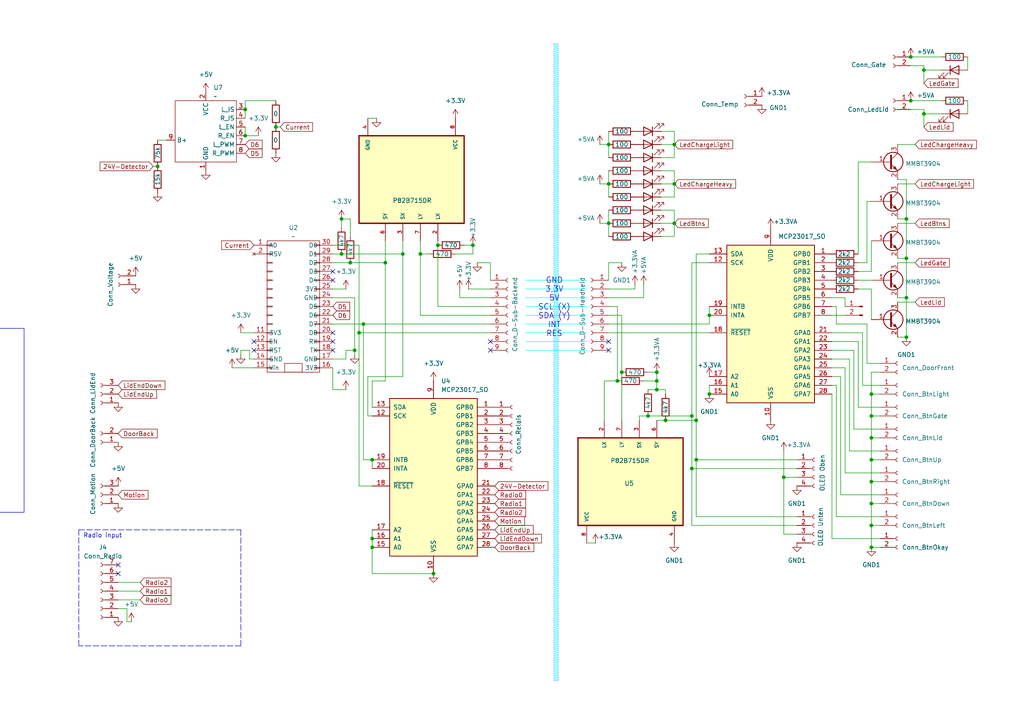
<source format=kicad_sch>
(kicad_sch (version 20231120) (generator "eeschema") (generator_version "8.0")
  (paper "A4")
  (junction (at 187.96 120.65))
  (junction (at 105.41 93.98))
  (junction (at 127 71.12))
  (junction (at 190.5 113.03))
  (junction (at 195.58 41.91))
  (junction (at 264.16 29.21))
  (junction (at 252.73 133.35))
  (junction (at 107.95 133.35))
  (junction (at 107.95 158.75))
  (junction (at 104.14 96.52))
  (junction (at 180.34 107.95))
  (junction (at 71.12 31.75))
  (junction (at 267.97 33.02))
  (junction (at 176.53 53.34))
  (junction (at 262.89 63.5))
  (junction (at 252.73 120.65))
  (junction (at 267.97 20.32))
  (junction (at 201.93 133.35))
  (junction (at 264.16 16.51))
  (junction (at 262.89 74.93))
  (junction (at 111.76 76.2))
  (junction (at 99.06 73.66))
  (junction (at 121.92 73.66))
  (junction (at 137.16 71.12))
  (junction (at 262.89 86.36))
  (junction (at 200.66 135.89))
  (junction (at 101.6 76.2))
  (junction (at 252.73 127))
  (junction (at 252.73 114.3))
  (junction (at 45.72 48.26))
  (junction (at 190.5 107.95))
  (junction (at 107.95 156.21))
  (junction (at 99.06 63.5))
  (junction (at 252.73 139.7))
  (junction (at 71.12 39.37))
  (junction (at 102.87 101.6))
  (junction (at 176.53 41.91))
  (junction (at 201.93 121.92))
  (junction (at 252.73 152.4))
  (junction (at 116.84 73.66))
  (junction (at 252.73 146.05))
  (junction (at 195.58 64.77))
  (junction (at 176.53 64.77))
  (junction (at 252.73 158.75))
  (junction (at 193.04 121.92))
  (junction (at 190.5 110.49))
  (junction (at 125.73 166.37))
  (junction (at 195.58 53.34))
  (junction (at 80.01 36.83))
  (junction (at 227.33 138.43))
  (junction (at 205.74 114.3))
  (junction (at 205.74 91.44))
  (junction (at 179.07 110.49))
  (junction (at 262.89 97.79))
  (junction (at 200.66 120.65))
  (no_connect (at 96.52 96.52))
  (no_connect (at 142.24 99.06))
  (no_connect (at 96.52 99.06))
  (no_connect (at 176.53 101.6))
  (no_connect (at 73.66 99.06))
  (no_connect (at 96.52 81.28))
  (no_connect (at 34.29 166.37))
  (no_connect (at 96.52 78.74))
  (no_connect (at 96.52 101.6))
  (no_connect (at 142.24 101.6))
  (no_connect (at 34.29 163.83))
  (no_connect (at 176.53 99.06))
  (no_connect (at 73.66 101.6))
  (wire (pts (xy 107.95 153.67) (xy 107.95 156.21)))
  (wire (pts (xy 252.73 83.82) (xy 252.73 92.71)))
  (wire (pts (xy 111.76 76.2) (xy 111.76 69.85)))
  (wire (pts (xy 241.3 91.44) (xy 245.11 91.44)))
  (wire (pts (xy 127 71.12) (xy 127 88.9)))
  (wire (pts (xy 251.46 93.98) (xy 251.46 105.41)))
  (wire (pts (xy 245.11 86.36) (xy 245.11 88.9)))
  (wire (pts (xy 107.95 140.97) (xy 104.14 140.97)))
  (wire (pts (xy 191.77 49.53) (xy 195.58 49.53)))
  (wire (pts (xy 80.01 36.83) (xy 81.28 36.83)))
  (wire (pts (xy 170.18 157.48) (xy 172.72 157.48)))
  (wire (pts (xy 96.52 83.82) (xy 100.33 83.82)))
  (wire (pts (xy 267.97 20.32) (xy 273.05 20.32)))
  (wire (pts (xy 104.14 71.12) (xy 104.14 96.52)))
  (wire (pts (xy 36.83 180.34) (xy 38.1 180.34)))
  (wire (pts (xy 96.52 93.98) (xy 105.41 93.98)))
  (wire (pts (xy 262.89 97.79) (xy 262.89 86.36)))
  (polyline (pts (xy 152.4 96.52) (xy 170.18 96.52)) (stroke (width 0) (color 0 255 255 1)))
  (wire (pts (xy 72.39 104.14) (xy 72.39 101.6)))
  (wire (pts (xy 180.34 121.92) (xy 180.34 107.95)))
  (wire (pts (xy 190.5 107.95) (xy 190.5 110.49)))
  (polyline (pts (xy 69.85 187.325) (xy 22.86 187.325)) (stroke (width 0) (type dash)))
  (wire (pts (xy 251.46 76.2) (xy 248.92 76.2)))
  (wire (pts (xy 264.16 19.05) (xy 267.97 19.05)))
  (wire (pts (xy 179.07 88.9) (xy 179.07 110.49)))
  (wire (pts (xy 191.77 60.96) (xy 195.58 60.96)))
  (polyline (pts (xy 152.4 101.6) (xy 170.18 101.6)) (stroke (width 0) (color 0 255 255 1)))
  (wire (pts (xy 252.73 78.74) (xy 252.73 69.85)))
  (wire (pts (xy 201.93 149.86) (xy 201.93 133.35)))
  (wire (pts (xy 137.16 71.12) (xy 134.62 71.12)))
  (wire (pts (xy 260.35 52.07) (xy 262.89 52.07)))
  (wire (pts (xy 116.84 73.66) (xy 116.84 69.85)))
  (wire (pts (xy 245.11 137.16) (xy 245.11 106.68)))
  (wire (pts (xy 34.29 171.45) (xy 40.64 171.45)))
  (wire (pts (xy 248.92 46.99) (xy 252.73 46.99)))
  (wire (pts (xy 227.33 138.43) (xy 227.33 154.94)))
  (wire (pts (xy 96.52 104.14) (xy 100.33 104.14)))
  (wire (pts (xy 264.16 31.75) (xy 267.97 31.75)))
  (wire (pts (xy 267.97 20.32) (xy 267.97 24.13)))
  (wire (pts (xy 142.24 81.28) (xy 142.24 76.2)))
  (wire (pts (xy 200.66 135.89) (xy 231.14 135.89)))
  (wire (pts (xy 180.34 91.44) (xy 176.53 91.44)))
  (wire (pts (xy 255.27 146.05) (xy 252.73 146.05)))
  (wire (pts (xy 36.83 176.53) (xy 36.83 180.34)))
  (wire (pts (xy 173.99 41.91) (xy 176.53 41.91)))
  (wire (pts (xy 193.04 121.92) (xy 201.93 121.92)))
  (wire (pts (xy 142.24 96.52) (xy 104.14 96.52)))
  (wire (pts (xy 267.97 33.02) (xy 267.97 36.83)))
  (wire (pts (xy 247.65 124.46) (xy 255.27 124.46)))
  (wire (pts (xy 201.93 133.35) (xy 231.14 133.35)))
  (wire (pts (xy 241.3 99.06) (xy 248.92 99.06)))
  (wire (pts (xy 191.77 41.91) (xy 195.58 41.91)))
  (polyline (pts (xy 152.4 81.28) (xy 170.18 81.28)) (stroke (width 0) (color 0 255 255 1)))
  (wire (pts (xy 34.29 168.91) (xy 40.64 168.91)))
  (wire (pts (xy 195.58 38.1) (xy 195.58 41.91)))
  (wire (pts (xy 73.66 104.14) (xy 72.39 104.14)))
  (wire (pts (xy 242.57 149.86) (xy 242.57 111.76)))
  (wire (pts (xy 116.84 109.22) (xy 116.84 73.66)))
  (wire (pts (xy 241.3 86.36) (xy 245.11 86.36)))
  (wire (pts (xy 191.77 68.58) (xy 195.58 68.58)))
  (wire (pts (xy 260.35 53.34) (xy 265.43 53.34)))
  (wire (pts (xy 227.33 130.81) (xy 227.33 138.43)))
  (wire (pts (xy 107.95 120.65) (xy 106.68 120.65)))
  (wire (pts (xy 260.35 76.2) (xy 265.43 76.2)))
  (wire (pts (xy 127 69.85) (xy 127 71.12)))
  (wire (pts (xy 133.35 86.36) (xy 133.35 83.82)))
  (wire (pts (xy 176.53 81.28) (xy 176.53 76.2)))
  (wire (pts (xy 231.14 154.94) (xy 227.33 154.94)))
  (wire (pts (xy 205.74 73.66) (xy 201.93 73.66)))
  (wire (pts (xy 250.19 96.52) (xy 241.3 96.52)))
  (wire (pts (xy 251.46 58.42) (xy 251.46 76.2)))
  (wire (pts (xy 247.65 101.6) (xy 241.3 101.6)))
  (wire (pts (xy 99.06 73.66) (xy 116.84 73.66)))
  (wire (pts (xy 71.12 31.75) (xy 71.12 34.29)))
  (wire (pts (xy 252.73 152.4) (xy 255.27 152.4)))
  (wire (pts (xy 262.89 63.5) (xy 262.89 74.93)))
  (wire (pts (xy 248.92 118.11) (xy 255.27 118.11)))
  (wire (pts (xy 104.14 140.97) (xy 104.14 96.52)))
  (wire (pts (xy 201.93 149.86) (xy 231.14 149.86)))
  (wire (pts (xy 96.52 113.03) (xy 100.33 113.03)))
  (wire (pts (xy 195.58 53.34) (xy 195.58 57.15)))
  (wire (pts (xy 190.5 113.03) (xy 193.04 113.03)))
  (wire (pts (xy 243.84 143.51) (xy 255.27 143.51)))
  (wire (pts (xy 173.99 64.77) (xy 176.53 64.77)))
  (wire (pts (xy 252.73 120.65) (xy 252.73 127)))
  (polyline (pts (xy 152.4 93.98) (xy 170.18 93.98)) (stroke (width 0) (color 0 255 255 1)))
  (wire (pts (xy 201.93 121.92) (xy 201.93 133.35)))
  (wire (pts (xy 248.92 78.74) (xy 252.73 78.74)))
  (wire (pts (xy 195.58 64.77) (xy 195.58 68.58)))
  (wire (pts (xy 176.53 38.1) (xy 176.53 41.91)))
  (wire (pts (xy 175.26 110.49) (xy 175.26 121.92)))
  (wire (pts (xy 260.35 41.91) (xy 265.43 41.91)))
  (wire (pts (xy 195.58 49.53) (xy 195.58 53.34)))
  (wire (pts (xy 121.92 73.66) (xy 124.46 73.66)))
  (wire (pts (xy 262.89 86.36) (xy 260.35 86.36)))
  (wire (pts (xy 176.53 41.91) (xy 176.53 45.72)))
  (wire (pts (xy 67.31 106.68) (xy 73.66 106.68)))
  (wire (pts (xy 121.92 69.85) (xy 121.92 73.66)))
  (wire (pts (xy 248.92 99.06) (xy 248.92 118.11)))
  (polyline (pts (xy 152.4 99.06) (xy 170.18 99.06)) (stroke (width 0) (color 0 255 255 1)))
  (wire (pts (xy 190.5 121.92) (xy 193.04 121.92)))
  (wire (pts (xy 185.42 120.65) (xy 187.96 120.65)))
  (wire (pts (xy 191.77 57.15) (xy 195.58 57.15)))
  (polyline (pts (xy 152.4 91.44) (xy 170.18 91.44)) (stroke (width 0) (color 0 255 255 1)))
  (wire (pts (xy 176.53 49.53) (xy 176.53 53.34)))
  (wire (pts (xy 186.69 82.55) (xy 186.69 86.36)))
  (wire (pts (xy 100.33 104.14) (xy 100.33 101.6)))
  (wire (pts (xy 250.19 111.76) (xy 250.19 96.52)))
  (wire (pts (xy 255.27 120.65) (xy 252.73 120.65)))
  (wire (pts (xy 187.96 120.65) (xy 200.66 120.65)))
  (wire (pts (xy 255.27 107.95) (xy 252.73 107.95)))
  (wire (pts (xy 176.53 88.9) (xy 179.07 88.9)))
  (wire (pts (xy 105.41 133.35) (xy 105.41 93.98)))
  (wire (pts (xy 255.27 158.75) (xy 252.73 158.75)))
  (wire (pts (xy 111.76 110.49) (xy 111.76 76.2)))
  (wire (pts (xy 191.77 45.72) (xy 195.58 45.72)))
  (wire (pts (xy 71.12 39.37) (xy 74.93 39.37)))
  (wire (pts (xy 262.89 52.07) (xy 262.89 63.5)))
  (wire (pts (xy 248.92 81.28) (xy 252.73 81.28)))
  (wire (pts (xy 142.24 76.2) (xy 138.43 76.2)))
  (wire (pts (xy 184.15 83.82) (xy 176.53 83.82)))
  (wire (pts (xy 251.46 105.41) (xy 255.27 105.41)))
  (wire (pts (xy 96.52 106.68) (xy 96.52 113.03)))
  (wire (pts (xy 34.29 176.53) (xy 36.83 176.53)))
  (wire (pts (xy 245.11 106.68) (xy 241.3 106.68)))
  (wire (pts (xy 247.65 124.46) (xy 247.65 101.6)))
  (wire (pts (xy 142.24 86.36) (xy 133.35 86.36)))
  (wire (pts (xy 200.66 76.2) (xy 200.66 120.65)))
  (wire (pts (xy 187.96 107.95) (xy 190.5 107.95)))
  (wire (pts (xy 241.3 109.22) (xy 243.84 109.22)))
  (wire (pts (xy 252.73 146.05) (xy 252.73 152.4)))
  (wire (pts (xy 242.57 93.98) (xy 251.46 93.98)))
  (wire (pts (xy 201.93 73.66) (xy 201.93 121.92)))
  (wire (pts (xy 264.16 16.51) (xy 273.05 16.51)))
  (wire (pts (xy 205.74 88.9) (xy 205.74 91.44)))
  (wire (pts (xy 99.06 63.5) (xy 99.06 66.04)))
  (wire (pts (xy 176.53 93.98) (xy 205.74 93.98)))
  (wire (pts (xy 176.53 96.52) (xy 205.74 96.52)))
  (wire (pts (xy 252.73 127) (xy 252.73 133.35)))
  (wire (pts (xy 186.69 110.49) (xy 190.5 110.49)))
  (wire (pts (xy 241.3 88.9) (xy 242.57 88.9)))
  (wire (pts (xy 176.53 76.2) (xy 180.34 76.2)))
  (wire (pts (xy 267.97 19.05) (xy 267.97 20.32)))
  (wire (pts (xy 187.96 113.03) (xy 190.5 113.03)))
  (wire (pts (xy 251.46 58.42) (xy 252.73 58.42)))
  (wire (pts (xy 107.95 133.35) (xy 105.41 133.35)))
  (wire (pts (xy 96.52 76.2) (xy 101.6 76.2)))
  (wire (pts (xy 267.97 31.75) (xy 267.97 33.02)))
  (wire (pts (xy 252.73 158.75) (xy 252.73 152.4)))
  (wire (pts (xy 260.35 63.5) (xy 262.89 63.5)))
  (wire (pts (xy 109.22 34.29) (xy 106.68 34.29)))
  (wire (pts (xy 34.29 173.99) (xy 40.64 173.99)))
  (wire (pts (xy 195.58 60.96) (xy 195.58 64.77)))
  (wire (pts (xy 101.6 68.58) (xy 101.6 63.5)))
  (polyline (pts (xy 152.4 86.36) (xy 170.18 86.36)) (stroke (width 0) (color 0 255 255 1)))
  (wire (pts (xy 107.95 118.11) (xy 107.95 110.49)))
  (wire (pts (xy 71.12 36.83) (xy 71.12 39.37)))
  (wire (pts (xy 176.53 60.96) (xy 176.53 64.77)))
  (wire (pts (xy 200.66 152.4) (xy 231.14 152.4)))
  (wire (pts (xy 227.33 138.43) (xy 231.14 138.43)))
  (wire (pts (xy 246.38 104.14) (xy 246.38 130.81)))
  (wire (pts (xy 280.67 16.51) (xy 280.67 20.32)))
  (wire (pts (xy 243.84 109.22) (xy 243.84 143.51)))
  (wire (pts (xy 96.52 86.36) (xy 102.87 86.36)))
  (wire (pts (xy 200.66 76.2) (xy 205.74 76.2)))
  (wire (pts (xy 176.53 53.34) (xy 176.53 57.15)))
  (wire (pts (xy 132.08 73.66) (xy 137.16 73.66)))
  (wire (pts (xy 241.3 104.14) (xy 246.38 104.14)))
  (wire (pts (xy 107.95 110.49) (xy 111.76 110.49)))
  (wire (pts (xy 255.27 139.7) (xy 252.73 139.7)))
  (wire (pts (xy 252.73 139.7) (xy 252.73 146.05)))
  (wire (pts (xy 71.12 29.21) (xy 80.01 29.21)))
  (wire (pts (xy 106.68 109.22) (xy 116.84 109.22)))
  (wire (pts (xy 107.95 166.37) (xy 125.73 166.37)))
  (polyline (pts (xy 152.4 83.82) (xy 170.18 83.82)) (stroke (width 0) (color 0 255 255 1)))
  (wire (pts (xy 191.77 53.34) (xy 195.58 53.34)))
  (wire (pts (xy 260.35 87.63) (xy 265.43 87.63)))
  (wire (pts (xy 260.35 64.77) (xy 265.43 64.77)))
  (wire (pts (xy 71.12 29.21) (xy 71.12 31.75)))
  (wire (pts (xy 267.97 33.02) (xy 273.05 33.02)))
  (wire (pts (xy 107.95 133.35) (xy 107.95 135.89)))
  (wire (pts (xy 242.57 111.76) (xy 241.3 111.76)))
  (polyline (pts (xy 152.4 88.9) (xy 170.18 88.9)) (stroke (width 0) (color 0 255 255 1)))
  (wire (pts (xy 252.73 107.95) (xy 252.73 114.3)))
  (wire (pts (xy 96.52 73.66) (xy 99.06 73.66)))
  (wire (pts (xy 102.87 86.36) (xy 102.87 101.6)))
  (wire (pts (xy 190.5 110.49) (xy 190.5 113.03)))
  (wire (pts (xy 255.27 133.35) (xy 252.73 133.35)))
  (polyline (pts (xy 22.86 153.67) (xy 69.85 153.67)) (stroke (width 0) (type dash)))
  (wire (pts (xy 241.3 156.21) (xy 255.27 156.21)))
  (wire (pts (xy 96.52 71.12) (xy 104.14 71.12)))
  (wire (pts (xy 44.45 48.26) (xy 45.72 48.26)))
  (wire (pts (xy 101.6 63.5) (xy 99.06 63.5)))
  (polyline (pts (xy 22.86 187.325) (xy 22.86 153.67)) (stroke (width 0) (type dash)))
  (wire (pts (xy 185.42 121.92) (xy 185.42 120.65)))
  (wire (pts (xy 179.07 110.49) (xy 175.26 110.49)))
  (wire (pts (xy 248.92 83.82) (xy 252.73 83.82)))
  (wire (pts (xy 69.85 96.52) (xy 73.66 96.52)))
  (wire (pts (xy 248.92 73.66) (xy 248.92 46.99)))
  (wire (pts (xy 142.24 93.98) (xy 105.41 93.98)))
  (wire (pts (xy 107.95 158.75) (xy 107.95 166.37)))
  (wire (pts (xy 242.57 149.86) (xy 255.27 149.86)))
  (wire (pts (xy 264.16 29.21) (xy 273.05 29.21)))
  (wire (pts (xy 191.77 64.77) (xy 195.58 64.77)))
  (wire (pts (xy 69.85 101.6) (xy 69.85 102.87)))
  (wire (pts (xy 246.38 130.81) (xy 255.27 130.81)))
  (wire (pts (xy 107.95 156.21) (xy 107.95 158.75)))
  (wire (pts (xy 252.73 133.35) (xy 252.73 139.7)))
  (polyline (pts (xy 69.85 153.67) (xy 69.85 187.325)) (stroke (width 0) (type dash)))
  (wire (pts (xy 102.87 101.6) (xy 102.87 102.87)))
  (wire (pts (xy 173.99 53.34) (xy 176.53 53.34)))
  (wire (pts (xy 200.66 120.65) (xy 200.66 135.89)))
  (wire (pts (xy 135.89 83.82) (xy 142.24 83.82)))
  (wire (pts (xy 184.15 82.55) (xy 184.15 83.82)))
  (wire (pts (xy 200.66 152.4) (xy 200.66 135.89)))
  (wire (pts (xy 255.27 127) (xy 252.73 127)))
  (wire (pts (xy 72.39 101.6) (xy 69.85 101.6)))
  (wire (pts (xy 100.33 101.6) (xy 102.87 101.6)))
  (wire (pts (xy 106.68 120.65) (xy 106.68 109.22)))
  (wire (pts (xy 245.11 137.16) (xy 255.27 137.16)))
  (wire (pts (xy 137.16 73.66) (xy 137.16 71.12)))
  (wire (pts (xy 193.04 113.03) (xy 193.04 114.3)))
  (wire (pts (xy 260.35 74.93) (xy 262.89 74.93)))
  (wire (pts (xy 241.3 114.3) (xy 241.3 156.21)))
  (wire (pts (xy 121.92 73.66) (xy 121.92 91.44)))
  (wire (pts (xy 242.57 88.9) (xy 242.57 93.98)))
  (wire (pts (xy 48.26 40.64) (xy 45.72 40.64)))
  (wire (pts (xy 176.53 64.77) (xy 176.53 68.58)))
  (wire (pts (xy 180.34 107.95) (xy 180.34 91.44)))
  (wire (pts (xy 250.19 111.76) (xy 255.27 111.76)))
  (wire (pts (xy 186.69 86.36) (xy 176.53 86.36)))
  (wire (pts (xy 121.92 91.44) (xy 142.24 91.44)))
  (wire (pts (xy 255.27 114.3) (xy 252.73 114.3)))
  (wire (pts (xy 260.35 97.79) (xy 262.89 97.79)))
  (wire (pts (xy 252.73 114.3) (xy 252.73 120.65)))
  (wire (pts (xy 142.24 88.9) (xy 127 88.9)))
  (wire (pts (xy 262.89 74.93) (xy 262.89 86.36)))
  (wire (pts (xy 195.58 41.91) (xy 195.58 45.72)))
  (wire (pts (xy 191.77 38.1) (xy 195.58 38.1)))
  (wire (pts (xy 205.74 93.98) (xy 205.74 91.44)))
  (wire (pts (xy 205.74 111.76) (xy 205.74 114.3)))
  (wire (pts (xy 101.6 76.2) (xy 111.76 76.2)))
  (wire (pts (xy 280.67 29.21) (xy 280.67 33.02)))
  (rectangle (start 160.655 12.7) (end 161.925 197.485) (stroke (width 0) (type dot) (color 0 0 255 1)) (fill (type color) (color 0 255 255 0.38)))
  (text_box "Eingänge:\n\n- EndStopp-Unten\n- EndStopp-Oben\n- Tür-Vorn\n- Tür-Hinten\n- Bewegung\n- Taster-Licht\n- Taster-Garagentor\n- Taster-Hoftor\n- Radio0\n- Radio1\n- Radio2\n- Hall\n\nAusgänge:\n\n- Blinklicht-Hoftor\n- Blinklicht-Garagentor\n- Batteriezustand-Anzeige (3LED?)\n- 8x Relais\n\n" (at -42.545 95.25 0) (size 49.53 53.34) (effects (font (size 1.27 1.27)) (justify left top)))
  (text_box "Eingänge:\n\n- Taster-Laden-Mehr\n- Taster-Laden-Weniger\n\nAusgänge:\n\n- Laden-Zeitanzeigen\n\n" (at -95.25 95.25 0) (size 49.53 53.34) (effects (font (size 1.27 1.27)) (justify left top)))
  (text "GND\n3,3V\n5V\nSCL (X)\nSDA (Y)\nINT\nRES\n" (at 160.782 89.154 0) (effects (font (size 1.6 1.6))))
  (text "Radio input" (at 24.13 156.21 0) (effects (font (size 1.27 1.27)) (justify left bottom)))
  (global_label "LedLid" (shape input) (at 267.97 36.83 0) (property "Intersheetrefs" "${INTERSHEET_REFS}" (effects (hide yes))))
  (global_label "Motion" (shape input) (at 34.29 143.51 0) (property "Intersheetrefs" "${INTERSHEET_REFS}" (effects (hide yes))))
  (global_label "24V-Detector" (shape input) (at 44.45 48.26 180) (property "Intersheetrefs" "${INTERSHEET_REFS}" (effects (hide yes))))
  (global_label "LedChargeHeavy" (shape input) (at 265.43 41.91 0) (property "Intersheetrefs" "${INTERSHEET_REFS}" (effects (hide yes))))
  (global_label "D6" (shape input) (at 96.52 91.44 0) (property "Intersheetrefs" "${INTERSHEET_REFS}" (effects (hide yes))))
  (global_label "DoorBack" (shape input) (at 34.29 125.73 0) (property "Intersheetrefs" "${INTERSHEET_REFS}" (effects (hide yes))))
  (global_label "Current" (shape input) (at 73.66 71.12 180) (property "Intersheetrefs" "${INTERSHEET_REFS}" (effects (hide yes))))
  (global_label "Radio1" (shape input) (at 40.64 171.45 0) (property "Intersheetrefs" "${INTERSHEET_REFS}" (effects (hide yes))))
  (global_label "Radio0" (shape input) (at 143.51 143.51 0) (property "Intersheetrefs" "${INTERSHEET_REFS}" (effects (hide yes))))
  (global_label "Current" (shape input) (at 81.28 36.83 0) (property "Intersheetrefs" "${INTERSHEET_REFS}" (effects (hide yes))))
  (global_label "LedGate" (shape input) (at 265.43 76.2 0) (property "Intersheetrefs" "${INTERSHEET_REFS}" (effects (hide yes))))
  (global_label "LedBtns" (shape input) (at 195.58 64.77 0) (property "Intersheetrefs" "${INTERSHEET_REFS}" (effects (hide yes))))
  (global_label "LidEndUp" (shape input) (at 143.51 153.67 0) (property "Intersheetrefs" "${INTERSHEET_REFS}" (effects (hide yes))))
  (global_label "Radio0" (shape input) (at 40.64 173.99 0) (property "Intersheetrefs" "${INTERSHEET_REFS}" (effects (hide yes))))
  (global_label "LedBtns" (shape input) (at 265.43 64.77 0) (property "Intersheetrefs" "${INTERSHEET_REFS}" (effects (hide yes))))
  (global_label "Radio2" (shape input) (at 143.51 148.59 0) (property "Intersheetrefs" "${INTERSHEET_REFS}" (effects (hide yes))))
  (global_label "D6" (shape input) (at 71.12 41.91 0) (property "Intersheetrefs" "${INTERSHEET_REFS}" (effects (hide yes))))
  (global_label "Radio1" (shape input) (at 143.51 146.05 0) (property "Intersheetrefs" "${INTERSHEET_REFS}" (effects (hide yes))))
  (global_label "DoorBack" (shape input) (at 143.51 158.75 0) (property "Intersheetrefs" "${INTERSHEET_REFS}" (effects (hide yes))))
  (global_label "LedChargeLight" (shape input) (at 195.58 41.91 0) (property "Intersheetrefs" "${INTERSHEET_REFS}" (effects (hide yes))))
  (global_label "D5" (shape input) (at 71.12 44.45 0) (property "Intersheetrefs" "${INTERSHEET_REFS}" (effects (hide yes))))
  (global_label "Motion" (shape input) (at 143.51 151.13 0) (property "Intersheetrefs" "${INTERSHEET_REFS}" (effects (hide yes))))
  (global_label "LidEndUp" (shape input) (at 34.29 114.3 0) (property "Intersheetrefs" "${INTERSHEET_REFS}" (effects (hide yes))))
  (global_label "Radio2" (shape input) (at 40.64 168.91 0) (property "Intersheetrefs" "${INTERSHEET_REFS}" (effects (hide yes))))
  (global_label "LedLid" (shape input) (at 265.43 87.63 0) (property "Intersheetrefs" "${INTERSHEET_REFS}" (effects (hide yes))))
  (global_label "LedChargeLight" (shape input) (at 265.43 53.34 0) (property "Intersheetrefs" "${INTERSHEET_REFS}" (effects (hide yes))))
  (global_label "LidEndDown" (shape input) (at 143.51 156.21 0) (property "Intersheetrefs" "${INTERSHEET_REFS}" (effects (hide yes))))
  (global_label "LedGate" (shape input) (at 267.97 24.13 0) (property "Intersheetrefs" "${INTERSHEET_REFS}" (effects (hide yes))))
  (global_label "24V-Detector" (shape input) (at 143.51 140.97 0) (property "Intersheetrefs" "${INTERSHEET_REFS}" (effects (hide yes))))
  (global_label "D5" (shape input) (at 96.52 88.9 0) (property "Intersheetrefs" "${INTERSHEET_REFS}" (effects (hide yes))))
  (global_label "LidEndDown" (shape input) (at 34.29 111.76 0) (property "Intersheetrefs" "${INTERSHEET_REFS}" (effects (hide yes))))
  (global_label "LedChargeHeavy" (shape input) (at 195.58 53.34 0) (property "Intersheetrefs" "${INTERSHEET_REFS}" (effects (hide yes))))
  (symbol (lib_id "Connector:Conn_01x02_Socket") (at 260.35 111.76 0) (unit 1)
    (property "Reference" "J17" (effects (hide yes)))
    (property "Value" "Conn_BtnLight" (at 261.62 114.2999 0) (effects (justify left)))
    (property "Footprint" "Diode_SMD:D_2114_3652Metric_Pad1.85x3.75mm_HandSolder" (effects (hide yes)))
    (property "Description" "Generic connector, single row, 01x02, script generated" (effects (hide yes)))
  )
  (symbol (lib_id "P82B715DR:P82B715DR") (at 119.38 52.07 270) (mirror x) (unit 1)
    (property "Reference" "U3" (effects (hide yes)))
    (property "Value" "P82B715DR" (at 125.222 58.166 90) (effects (justify right)))
    (property "Footprint" "Package_SO:SOIC-8_3.9x4.9mm_P1.27mm" (effects (hide yes)))
    (property "MF" "Texas Instruments" (effects (hide yes)))
    (property "Description_1" "\n                        \n                            2-bit bidirectional 3- to 12-V 400-kHz I2C/SMBus buffer/cable extender\n                        \n" (effects (hide yes)))
    (property "Package" "SOIC-8 Texas Instruments" (effects (hide yes)))
    (property "Price" "None" (effects (hide yes)))
    (property "SnapEDA_Link" "https://www.snapeda.com/parts/P82B715DR/Texas+Instruments/view-part/?ref=snap" (effects (hide yes)))
    (property "MP" "P82B715DR" (effects (hide yes)))
    (property "Availability" "In Stock" (effects (hide yes)))
    (property "Check_prices" "https://www.snapeda.com/parts/P82B715DR/Texas+Instruments/view-part/?ref=eda" (effects (hide yes)))
  )
  (symbol (lib_id "Device:R") (at 245.11 81.28 90) (mirror x) (unit 1)
    (property "Reference" "R26" (effects (hide yes)))
    (property "Value" "2k2" (at 244.856 81.28 90))
    (property "Footprint" "Resistor_SMD:R_1206_3216Metric_Pad1.30x1.75mm_HandSolder" (effects (hide yes)))
  )
  (symbol (lib_id "power:GND1") (at 252.73 158.75 0) (unit 1)
    (property "Reference" "#PWR47" (effects (hide yes)))
    (property "Value" "GND1" (at 252.73 163.83 0))
    (property "Description" "Power symbol creates a global label with name \"GND1\" , ground" (effects (hide yes)))
  )
  (symbol (lib_id "Connector:Conn_01x02_Socket") (at 260.35 143.51 0) (unit 1)
    (property "Reference" "J22" (effects (hide yes)))
    (property "Value" "Conn_BtnDown" (at 261.62 146.0499 0) (effects (justify left)))
    (property "Footprint" "Diode_SMD:D_2114_3652Metric_Pad1.85x3.75mm_HandSolder" (effects (hide yes)))
    (property "Description" "Generic connector, single row, 01x02, script generated" (effects (hide yes)))
  )
  (symbol (lib_id "Device:R") (at 128.27 73.66 270) (unit 1)
    (property "Reference" "R7" (effects (hide yes)))
    (property "Value" "470" (at 128.27 73.66 90))
    (property "Footprint" "Resistor_SMD:R_1206_3216Metric_Pad1.30x1.75mm_HandSolder" (effects (hide yes)))
    (property "Description" "Resistor" (effects (hide yes)))
  )
  (symbol (lib_id "Device:R") (at 193.04 118.11 180) (unit 1)
    (property "Reference" "R4" (effects (hide yes)))
    (property "Value" "4k7" (at 193.04 118.11 90))
    (property "Footprint" "Resistor_SMD:R_1206_3216Metric_Pad1.30x1.75mm_HandSolder" (effects (hide yes)))
    (property "Description" "Resistor" (effects (hide yes)))
  )
  (symbol (lib_id "P82B715DR:P82B715DR") (at 182.88 139.7 90) (mirror x) (unit 1)
    (property "Reference" "U5" (at 181.102 140.208 90) (effects (justify right)))
    (property "Value" "P82B715DR" (at 177.038 133.604 90) (effects (justify right)))
    (property "Footprint" "Package_SO:SOIC-8_3.9x4.9mm_P1.27mm" (effects (hide yes)))
    (property "MF" "Texas Instruments" (effects (hide yes)))
    (property "Description_1" "\n                        \n                            2-bit bidirectional 3- to 12-V 400-kHz I2C/SMBus buffer/cable extender\n                        \n" (effects (hide yes)))
    (property "Package" "SOIC-8 Texas Instruments" (effects (hide yes)))
    (property "Price" "None" (effects (hide yes)))
    (property "SnapEDA_Link" "https://www.snapeda.com/parts/P82B715DR/Texas+Instruments/view-part/?ref=snap" (effects (hide yes)))
    (property "MP" "P82B715DR" (effects (hide yes)))
    (property "Availability" "In Stock" (effects (hide yes)))
    (property "Check_prices" "https://www.snapeda.com/parts/P82B715DR/Texas+Instruments/view-part/?ref=eda" (effects (hide yes)))
  )
  (symbol (lib_id "Device:R") (at 245.11 78.74 90) (mirror x) (unit 1)
    (property "Reference" "R25" (effects (hide yes)))
    (property "Value" "2k2" (at 244.856 78.74 90))
    (property "Footprint" "Resistor_SMD:R_1206_3216Metric_Pad1.30x1.75mm_HandSolder" (effects (hide yes)))
  )
  (symbol (lib_id "power:+5V") (at 67.31 106.68 0) (unit 1)
    (property "Reference" "#PWR10" (effects (hide yes)))
    (property "Value" "+5V" (at 67.31 101.6 0))
    (property "Description" "Power symbol creates a global label with name \"+5V\"" (effects (hide yes)))
  )
  (symbol (lib_id "power:GND") (at 34.29 146.05 0) (unit 1)
    (property "Reference" "#PWR4" (effects (hide yes)))
    (property "Value" "GND" (effects (hide yes)))
    (property "Description" "Power symbol creates a global label with name \"GND\" , ground" (effects (hide yes)))
  )
  (symbol (lib_id "Connector:Conn_01x02_Socket") (at 260.35 124.46 0) (unit 1)
    (property "Reference" "J19" (effects (hide yes)))
    (property "Value" "Conn_BtnLid" (at 261.62 126.9999 0) (effects (justify left)))
    (property "Footprint" "Diode_SMD:D_2114_3652Metric_Pad1.85x3.75mm_HandSolder" (effects (hide yes)))
    (property "Description" "Generic connector, single row, 01x02, script generated" (effects (hide yes)))
  )
  (symbol (lib_id "power:+3.3VA") (at 184.15 82.55 0) (unit 1)
    (property "Reference" "#PWR34" (effects (hide yes)))
    (property "Value" "+3.3VA" (at 184.15 75.946 90))
    (property "Description" "Power symbol creates a global label with name \"+3.3VA\"" (effects (hide yes)))
  )
  (symbol (lib_id "Transistor_BJT:MMBT3904") (at 257.81 81.28 0) (unit 1)
    (property "Reference" "Q4" (effects (hide yes)))
    (property "Value" "MMBT3904" (at 262.636 81.788 0) (effects (justify left)))
    (property "Footprint" "Package_TO_SOT_SMD:SOT-23" (effects (hide yes)))
    (property "Datasheet" "https://www.onsemi.com/pdf/datasheet/pzt3904-d.pdf" (effects (hide yes)))
    (property "Description" "0.2A Ic, 40V Vce, Small Signal NPN Transistor, SOT-23" (effects (hide yes)))
  )
  (symbol (lib_id "Connector:Conn_01x02_Socket") (at 29.21 128.27 180) (unit 1)
    (property "Reference" "J2" (effects (hide yes)))
    (property "Value" "Conn_DoorBack" (at 26.924 128.27 90))
    (property "Footprint" "TerminalBlock_Phoenix:TerminalBlock_Phoenix_PT-1,5-2-5.0-H_1x02_P5.00mm_Horizontal" (effects (hide yes)))
    (property "Description" "Generic connector, single row, 01x02, script generated" (effects (hide yes)))
  )
  (symbol (lib_id "power:+3.3V") (at 135.89 83.82 0) (unit 1)
    (property "Reference" "#PWR27" (effects (hide yes)))
    (property "Value" "+3.3V" (at 135.89 78.74 90))
    (property "Description" "Power symbol creates a global label with name \"+3.3V\"" (effects (hide yes)))
  )
  (symbol (lib_id "power:GND1") (at 262.89 97.79 0) (unit 1)
    (property "Reference" "#PWR48" (effects (hide yes)))
    (property "Value" "GND1" (at 262.89 102.87 0))
    (property "Description" "Power symbol creates a global label with name \"GND1\" , ground" (effects (hide yes)))
  )
  (symbol (lib_id "Connector:Conn_01x03_Socket") (at 29.21 114.3 180) (unit 1)
    (property "Reference" "J1" (effects (hide yes)))
    (property "Value" "Conn_LidEnd" (at 26.924 114.046 90))
    (property "Footprint" "TerminalBlock_Phoenix:TerminalBlock_Phoenix_PT-1,5-3-5.0-H_1x03_P5.00mm_Horizontal" (effects (hide yes)))
    (property "Description" "Generic connector, single row, 01x03, script generated" (effects (hide yes)))
  )
  (symbol (lib_id "Device:R") (at 180.34 53.34 90) (unit 1)
    (property "Reference" "R17" (effects (hide yes)))
    (property "Value" "100" (at 180.34 53.34 90))
    (property "Footprint" "Resistor_SMD:R_1206_3216Metric_Pad1.30x1.75mm_HandSolder" (effects (hide yes)))
  )
  (symbol (lib_id "power:GND") (at 102.87 102.87 0) (unit 1)
    (property "Reference" "#PWR20" (effects (hide yes)))
    (property "Value" "GND" (effects (hide yes)))
    (property "Description" "Power symbol creates a global label with name \"GND\" , ground" (effects (hide yes)))
  )
  (symbol (lib_id "Connector:Conn_01x07_Socket") (at 29.21 171.45 180) (unit 1)
    (property "Reference" "J4" (at 29.845 158.75 0))
    (property "Value" "Conn_Radio" (at 29.845 161.29 0))
    (property "Footprint" "Connector_PinSocket_2.54mm:PinSocket_1x07_P2.54mm_Vertical" (effects (hide yes)))
    (property "Description" "Generic connector, single row, 01x07, script generated" (effects (hide yes)))
  )
  (symbol (lib_id "Device:R") (at 80.01 40.64 0) (unit 1)
    (property "Reference" "R10" (effects (hide yes)))
    (property "Value" "0" (at 79.248 40.64 0) (effects (justify left)))
    (property "Footprint" "Resistor_SMD:R_1206_3216Metric_Pad1.30x1.75mm_HandSolder" (effects (hide yes)))
    (property "Description" "Resistor" (effects (hide yes)))
  )
  (symbol (lib_id "power:+3.3V") (at 100.33 83.82 0) (unit 1)
    (property "Reference" "#PWR18" (effects (hide yes)))
    (property "Value" "+3.3V" (at 100.33 78.74 0))
    (property "Description" "Power symbol creates a global label with name \"+3.3V\"" (effects (hide yes)))
  )
  (symbol (lib_id "power:GND") (at 45.72 55.88 0) (unit 1)
    (property "Reference" "#PWR7" (effects (hide yes)))
    (property "Value" "GND" (effects (hide yes)))
    (property "Description" "Power symbol creates a global label with name \"GND\" , ground" (effects (hide yes)))
  )
  (symbol (lib_id "power:GND1") (at 205.74 114.3 0) (unit 1)
    (property "Reference" "#PWR38" (effects (hide yes)))
    (property "Value" "GND1" (at 205.74 119.38 0))
    (property "Description" "Power symbol creates a global label with name \"GND1\" , ground" (effects (hide yes)))
  )
  (symbol (lib_id "Connector:Conn_01x02_Socket") (at 260.35 105.41 0) (unit 1)
    (property "Reference" "J16" (effects (hide yes)))
    (property "Value" "Conn_DoorFront" (at 261.62 106.6799 0) (effects (justify left)))
    (property "Footprint" "Adebar_Library:TerminalBlock_Umgebogen-2x5mm" (effects (hide yes)))
    (property "Description" "Generic connector, single row, 01x02, script generated" (effects (hide yes)))
  )
  (symbol (lib_id "Connector:Conn_01x02_Socket") (at 215.9 27.94 0) (mirror y) (unit 1)
    (property "Reference" "J10" (effects (hide yes)))
    (property "Value" "Conn_Temp" (at 208.788 30.226 0))
    (property "Footprint" "Adebar_Library:TerminalBlock_Umgebogen-2x5mm" (effects (hide yes)))
    (property "Description" "Generic connector, single row, 01x02, script generated" (effects (hide yes)))
  )
  (symbol (lib_id "Device:R") (at 180.34 38.1 90) (unit 1)
    (property "Reference" "R13" (effects (hide yes)))
    (property "Value" "100" (at 180.34 38.1 90))
    (property "Footprint" "Resistor_SMD:R_1206_3216Metric_Pad1.30x1.75mm_HandSolder" (effects (hide yes)))
  )
  (symbol (lib_id "Device:R") (at 180.34 68.58 90) (unit 1)
    (property "Reference" "R21" (effects (hide yes)))
    (property "Value" "100" (at 180.34 68.58 90))
    (property "Footprint" "Resistor_SMD:R_1206_3216Metric_Pad1.30x1.75mm_HandSolder" (effects (hide yes)))
  )
  (symbol (lib_id "Connector:Conn_01x08_Socket") (at 148.59 125.73 0) (unit 1)
    (property "Reference" "J7" (effects (hide yes)))
    (property "Value" "Conn_Relais" (at 150.368 131.826 90) (effects (justify left)))
    (property "Footprint" "TerminalBlock_Phoenix:TerminalBlock_Phoenix_PT-1,5-8-5.0-H_1x08_P5.00mm_Horizontal" (effects (hide yes)))
    (property "Description" "Generic connector, single row, 01x08, script generated" (effects (hide yes)))
  )
  (symbol (lib_id "power:GND") (at 80.01 44.45 0) (unit 1)
    (property "Reference" "#PWR17" (effects (hide yes)))
    (property "Value" "GND" (effects (hide yes)))
    (property "Description" "Power symbol creates a global label with name \"GND\" , ground" (effects (hide yes)))
  )
  (symbol (lib_id "Connector:Conn_01x02_Socket") (at 260.35 130.81 0) (unit 1)
    (property "Reference" "J20" (effects (hide yes)))
    (property "Value" "Conn_BtnUp" (at 261.62 133.3499 0) (effects (justify left)))
    (property "Footprint" "Diode_SMD:D_2114_3652Metric_Pad1.85x3.75mm_HandSolder" (effects (hide yes)))
    (property "Description" "Generic connector, single row, 01x02, script generated" (effects (hide yes)))
  )
  (symbol (lib_id "power:GND1") (at 231.14 140.97 0) (unit 1)
    (property "Reference" "#PWR45" (effects (hide yes)))
    (property "Value" "GND1" (at 231.14 146.05 0))
    (property "Description" "Power symbol creates a global label with name \"GND1\" , ground" (effects (hide yes)))
  )
  (symbol (lib_id "power:+3.3V") (at 100.33 113.03 0) (unit 1)
    (property "Reference" "#PWR19" (effects (hide yes)))
    (property "Value" "+3.3V" (at 100.33 107.95 0))
    (property "Description" "Power symbol creates a global label with name \"+3.3V\"" (effects (hide yes)))
  )
  (symbol (lib_id "power:GND1") (at 180.34 76.2 0) (unit 1)
    (property "Reference" "#PWR33" (effects (hide yes)))
    (property "Value" "GND1" (at 180.34 81.28 0))
    (property "Description" "Power symbol creates a global label with name \"GND1\" , ground" (effects (hide yes)))
  )
  (symbol (lib_id "power:GND") (at 125.73 166.37 0) (unit 1)
    (property "Reference" "#PWR23" (effects (hide yes)))
    (property "Value" "GND" (effects (hide yes)))
    (property "Description" "Power symbol creates a global label with name \"GND\" , ground" (effects (hide yes)))
  )
  (symbol (lib_id "Device:R") (at 101.6 72.39 180) (unit 1)
    (property "Reference" "R11" (effects (hide yes)))
    (property "Value" "4k7" (at 101.6 72.39 90))
    (property "Footprint" "Resistor_SMD:R_1206_3216Metric_Pad1.30x1.75mm_HandSolder" (effects (hide yes)))
    (property "Description" "Resistor" (effects (hide yes)))
  )
  (symbol (lib_id "Device:R") (at 187.96 116.84 180) (unit 1)
    (property "Reference" "R3" (effects (hide yes)))
    (property "Value" "4k7" (at 187.96 116.84 90))
    (property "Footprint" "Resistor_SMD:R_1206_3216Metric_Pad1.30x1.75mm_HandSolder" (effects (hide yes)))
    (property "Description" "Resistor" (effects (hide yes)))
  )
  (symbol (lib_id "Device:LED") (at 187.96 49.53 180) (unit 1)
    (property "Reference" "D4" (effects (hide yes)))
    (property "Value" "LED_Status1" (effects (hide yes)))
    (property "Footprint" "Adebar_Library:LED SMD mit Loch" (effects (hide yes)))
  )
  (symbol (lib_id "power:+3.3V") (at 125.73 110.49 0) (unit 1)
    (property "Reference" "#PWR22" (effects (hide yes)))
    (property "Value" "+3.3V" (at 125.73 105.41 0))
    (property "Description" "Power symbol creates a global label with name \"+3.3V\"" (effects (hide yes)))
  )
  (symbol (lib_id "power:GND1") (at 220.98 30.48 0) (unit 1)
    (property "Reference" "#PWR41" (effects (hide yes)))
    (property "Value" "GND1" (at 225.806 31.242 0))
    (property "Description" "Power symbol creates a global label with name \"GND1\" , ground" (effects (hide yes)))
  )
  (symbol (lib_id "Device:R") (at 180.34 57.15 90) (unit 1)
    (property "Reference" "R18" (effects (hide yes)))
    (property "Value" "100" (at 180.34 57.15 90))
    (property "Footprint" "Resistor_SMD:R_1206_3216Metric_Pad1.30x1.75mm_HandSolder" (effects (hide yes)))
  )
  (symbol (lib_id "power:+5VA") (at 173.99 41.91 0) (mirror y) (unit 1)
    (property "Reference" "#PWR30" (effects (hide yes)))
    (property "Value" "+5VA" (at 169.926 40.386 0))
    (property "Description" "Power symbol creates a global label with name \"+5VA\"" (effects (hide yes)))
  )
  (symbol (lib_id "power:GND") (at 109.22 34.29 0) (unit 1)
    (property "Reference" "#PWR21" (effects (hide yes)))
    (property "Value" "GND" (effects (hide yes)))
    (property "Description" "Power symbol creates a global label with name \"GND\" , ground" (effects (hide yes)))
  )
  (symbol (lib_id "Transistor_BJT:MMBT3904") (at 257.81 92.71 0) (unit 1)
    (property "Reference" "Q5" (effects (hide yes)))
    (property "Value" "MMBT3904" (at 262.636 93.218 0) (effects (justify left)))
    (property "Footprint" "Package_TO_SOT_SMD:SOT-23" (effects (hide yes)))
    (property "Datasheet" "https://www.onsemi.com/pdf/datasheet/pzt3904-d.pdf" (effects (hide yes)))
    (property "Description" "0.2A Ic, 40V Vce, Small Signal NPN Transistor, SOT-23" (effects (hide yes)))
  )
  (symbol (lib_id "power:+5V") (at 39.37 80.01 0) (unit 1)
    (property "Reference" "#PWR12" (effects (hide yes)))
    (property "Value" "+5V" (at 39.37 74.93 0))
    (property "Description" "Power symbol creates a global label with name \"+5V\"" (effects (hide yes)))
  )
  (symbol (lib_id "Device:R") (at 245.11 83.82 90) (mirror x) (unit 1)
    (property "Reference" "R27" (effects (hide yes)))
    (property "Value" "2k2" (at 244.856 83.82 90))
    (property "Footprint" "Resistor_SMD:R_1206_3216Metric_Pad1.30x1.75mm_HandSolder" (effects (hide yes)))
  )
  (symbol (lib_id "Transistor_BJT:MMBT3904") (at 257.81 58.42 0) (unit 1)
    (property "Reference" "Q2" (effects (hide yes)))
    (property "Value" "MMBT3904" (at 262.636 58.928 0) (effects (justify left)))
    (property "Footprint" "Package_TO_SOT_SMD:SOT-23" (effects (hide yes)))
    (property "Datasheet" "https://www.onsemi.com/pdf/datasheet/pzt3904-d.pdf" (effects (hide yes)))
    (property "Description" "0.2A Ic, 40V Vce, Small Signal NPN Transistor, SOT-23" (effects (hide yes)))
  )
  (symbol (lib_id "Connector:Conn_01x09_Socket") (at 171.45 91.44 0) (mirror y) (unit 1)
    (property "Reference" "J8" (effects (hide yes)))
    (property "Value" "Conn_D-Sub-Handheld" (at 168.91 91.694 90))
    (property "Footprint" "Adebar_Library:D-Sub male" (effects (hide yes)))
    (property "Description" "Generic connector, single row, 01x09, script generated" (effects (hide yes)))
  )
  (symbol (lib_id "Connector:Conn_01x09_Socket") (at 147.32 91.44 0) (unit 1)
    (property "Reference" "J6" (effects (hide yes)))
    (property "Value" "Conn_D-Sub-Backend" (at 149.352 91.186 90))
    (property "Footprint" "Adebar_Library:D-Sub female" (effects (hide yes)))
    (property "Description" "Generic connector, single row, 01x09, script generated" (effects (hide yes)))
  )
  (symbol (lib_id "Device:R") (at 45.72 44.45 0) (unit 1)
    (property "Reference" "R1" (effects (hide yes)))
    (property "Value" "75k" (at 45.72 46.228 90) (effects (justify left)))
    (property "Footprint" "Resistor_SMD:R_1206_3216Metric_Pad1.30x1.75mm_HandSolder" (effects (hide yes)))
    (property "Description" "Resistor" (effects (hide yes)))
  )
  (symbol (lib_id "Device:R") (at 130.81 71.12 270) (unit 1)
    (property "Reference" "R8" (effects (hide yes)))
    (property "Value" "470" (at 130.81 71.12 90))
    (property "Footprint" "Resistor_SMD:R_1206_3216Metric_Pad1.30x1.75mm_HandSolder" (effects (hide yes)))
    (property "Description" "Resistor" (effects (hide yes)))
  )
  (symbol (lib_id "power:GND1") (at 195.58 157.48 0) (unit 1)
    (property "Reference" "#PWR36" (effects (hide yes)))
    (property "Value" "GND1" (at 195.58 162.56 0))
    (property "Description" "Power symbol creates a global label with name \"GND1\" , ground" (effects (hide yes)))
  )
  (symbol (lib_id "power:GND1") (at 223.52 121.92 0) (unit 1)
    (property "Reference" "#PWR43" (effects (hide yes)))
    (property "Value" "GND1" (at 223.52 127 0))
    (property "Description" "Power symbol creates a global label with name \"GND1\" , ground" (effects (hide yes)))
  )
  (symbol (lib_id "Adebar_Library:BTS7960_ohne Strom") (at 59.69 38.1 0) (unit 1)
    (property "Reference" "U7" (at 61.8841 25.4 0) (effects (justify left)))
    (property "Value" "~" (at 61.8841 27.94 0) (effects (justify left)))
    (property "Footprint" "Adebar_Library:PinHeader_2x05_SMD Mit Pad 9" (effects (hide yes)))
  )
  (symbol (lib_id "Device:R") (at 184.15 107.95 270) (unit 1)
    (property "Reference" "R6" (effects (hide yes)))
    (property "Value" "470" (at 184.15 107.95 90))
    (property "Footprint" "Resistor_SMD:R_1206_3216Metric_Pad1.30x1.75mm_HandSolder" (effects (hide yes)))
    (property "Description" "Resistor" (effects (hide yes)))
  )
  (symbol (lib_id "power:+5VA") (at 264.16 29.21 0) (mirror y) (unit 1)
    (property "Reference" "#PWR50" (effects (hide yes)))
    (property "Value" "+5VA" (at 268.478 27.686 0))
    (property "Description" "Power symbol creates a global label with name \"+5VA\"" (effects (hide yes)))
  )
  (symbol (lib_id "Device:LED") (at 276.86 20.32 0) (unit 1)
    (property "Reference" "D10" (effects (hide yes)))
    (property "Value" "LED_Status1" (effects (hide yes)))
    (property "Footprint" "Diode_SMD:D_2114_3652Metric_Pad1.85x3.75mm_HandSolder" (effects (hide yes)))
  )
  (symbol (lib_id "Device:R") (at 180.34 64.77 90) (unit 1)
    (property "Reference" "R20" (effects (hide yes)))
    (property "Value" "100" (at 180.34 64.77 90))
    (property "Footprint" "Resistor_SMD:R_1206_3216Metric_Pad1.30x1.75mm_HandSolder" (effects (hide yes)))
  )
  (symbol (lib_id "power:+5V") (at 59.69 26.67 0) (unit 1)
    (property "Reference" "#PWR8" (effects (hide yes)))
    (property "Value" "+5V" (at 59.69 21.59 0))
    (property "Description" "Power symbol creates a global label with name \"+5V\"" (effects (hide yes)))
  )
  (symbol (lib_id "power:+3.3VA") (at 223.52 66.04 0) (unit 1)
    (property "Reference" "#PWR42" (effects (hide yes)))
    (property "Value" "+3.3VA" (at 227.838 64.262 0))
    (property "Description" "Power symbol creates a global label with name \"+3.3VA\"" (effects (hide yes)))
  )
  (symbol (lib_id "Device:R") (at 45.72 52.07 0) (unit 1)
    (property "Reference" "R2" (effects (hide yes)))
    (property "Value" "15k" (at 45.72 53.848 90) (effects (justify left)))
    (property "Footprint" "Resistor_SMD:R_1206_3216Metric_Pad1.30x1.75mm_HandSolder" (effects (hide yes)))
    (property "Description" "Resistor" (effects (hide yes)))
  )
  (symbol (lib_id "Connector:Conn_01x04_Socket") (at 236.22 152.4 0) (unit 1)
    (property "Reference" "J12" (effects (hide yes)))
    (property "Value" "OLED Unten" (at 237.998 158.496 90) (effects (justify left)))
    (property "Footprint" "Adebar_Library:4 SMD Pins" (effects (hide yes)))
    (property "Description" "Generic connector, single row, 01x04, script generated" (effects (hide yes)))
  )
  (symbol (lib_id "Adebar_Library:NodeMCU_Amica_R2_weniger_pins") (at 85.09 88.9 0) (unit 1)
    (property "Reference" "U2" (at 85.09 66.04 0))
    (property "Value" "~" (at 85.09 68.58 0))
    (property "Footprint" "Adebar_Library:NodeMCU ESP8266 weniger Pins" (effects (hide yes)))
  )
  (symbol (lib_id "Connector:Conn_01x02_Socket") (at 260.35 118.11 0) (unit 1)
    (property "Reference" "J18" (effects (hide yes)))
    (property "Value" "Conn_BtnGate" (at 261.62 120.6499 0) (effects (justify left)))
    (property "Footprint" "Diode_SMD:D_2114_3652Metric_Pad1.85x3.75mm_HandSolder" (effects (hide yes)))
    (property "Description" "Generic connector, single row, 01x02, script generated" (effects (hide yes)))
  )
  (symbol (lib_id "power:+3.3V") (at 69.85 96.52 0) (unit 1)
    (property "Reference" "#PWR14" (effects (hide yes)))
    (property "Value" "+3.3V" (at 69.85 91.44 0))
    (property "Description" "Power symbol creates a global label with name \"+3.3V\"" (effects (hide yes)))
  )
  (symbol (lib_id "Device:R") (at 245.11 76.2 90) (mirror x) (unit 1)
    (property "Reference" "R24" (effects (hide yes)))
    (property "Value" "2k2" (at 244.856 76.2 90))
    (property "Footprint" "Resistor_SMD:R_1206_3216Metric_Pad1.30x1.75mm_HandSolder" (effects (hide yes)))
  )
  (symbol (lib_id "Device:LED") (at 187.96 68.58 180) (unit 1)
    (property "Reference" "D9" (effects (hide yes)))
    (property "Value" "LED_Status1" (effects (hide yes)))
    (property "Footprint" "Adebar_Library:LED SMD mit Loch" (effects (hide yes)))
  )
  (symbol (lib_id "power:+3.3VA") (at 172.72 157.48 0) (unit 1)
    (property "Reference" "#PWR29" (effects (hide yes)))
    (property "Value" "+3.3VA" (at 177.038 155.702 0))
    (property "Description" "Power symbol creates a global label with name \"+3.3VA\"" (effects (hide yes)))
  )
  (symbol (lib_id "power:+3.3V") (at 132.08 34.29 0) (unit 1)
    (property "Reference" "#PWR24" (effects (hide yes)))
    (property "Value" "+3.3V" (at 132.08 29.21 0))
    (property "Description" "Power symbol creates a global label with name \"+3.3V\"" (effects (hide yes)))
  )
  (symbol (lib_id "power:GND") (at 39.37 82.55 0) (unit 1)
    (property "Reference" "#PWR11" (effects (hide yes)))
    (property "Value" "GND" (effects (hide yes)))
    (property "Description" "Power symbol creates a global label with name \"GND\" , ground" (effects (hide yes)))
  )
  (symbol (lib_id "Interface_Expansion:MCP23017_SO") (at 125.73 138.43 0) (unit 1)
    (property "Reference" "U4" (at 127.9241 110.49 0) (effects (justify left)))
    (property "Value" "MCP23017_SO" (at 127.9241 113.03 0) (effects (justify left)))
    (property "Footprint" "Package_SO:SOIC-28W_7.5x17.9mm_P1.27mm" (effects (hide yes)))
    (property "Datasheet" "https://ww1.microchip.com/downloads/aemDocuments/documents/APID/ProductDocuments/DataSheets/MCP23017-Data-Sheet-DS20001952.pdf" (effects (hide yes)))
    (property "Description" "16-bit I/O expander, I2C, interrupts, w pull-ups, GPA/B7 output only (https://microchip.my.site.com/s/article/GPA7---GPB7-Cannot-Be-Used-as-Inputs-In-MCP23017),  SOIC-28" (effects (hide yes)))
  )
  (symbol (lib_id "power:GND") (at 69.85 102.87 0) (unit 1)
    (property "Reference" "#PWR15" (effects (hide yes)))
    (property "Value" "GND" (effects (hide yes)))
    (property "Description" "Power symbol creates a global label with name \"GND\" , ground" (effects (hide yes)))
  )
  (symbol (lib_id "power:+3.3VA") (at 220.98 27.94 0) (unit 1)
    (property "Reference" "#PWR40" (effects (hide yes)))
    (property "Value" "+3.3VA" (at 225.806 26.924 0))
    (property "Description" "Power symbol creates a global label with name \"+3.3VA\"" (effects (hide yes)))
  )
  (symbol (lib_id "Device:R") (at 245.11 73.66 90) (mirror x) (unit 1)
    (property "Reference" "R23" (effects (hide yes)))
    (property "Value" "2k2" (at 244.856 73.66 90))
    (property "Footprint" "Resistor_SMD:R_1206_3216Metric_Pad1.30x1.75mm_HandSolder" (effects (hide yes)))
  )
  (symbol (lib_id "power:+3.3VA") (at 205.74 109.22 0) (unit 1)
    (property "Reference" "#PWR37" (effects (hide yes)))
    (property "Value" "+3.3VA" (at 205.74 105.918 0))
    (property "Description" "Power symbol creates a global label with name \"+3.3VA\"" (effects (hide yes)))
  )
  (symbol (lib_id "power:+5VA") (at 186.69 82.55 0) (unit 1)
    (property "Reference" "#PWR35" (effects (hide yes)))
    (property "Value" "+5VA" (at 186.69 76.962 90))
    (property "Description" "Power symbol creates a global label with name \"+5VA\"" (effects (hide yes)))
  )
  (symbol (lib_id "Device:R") (at 180.34 60.96 90) (unit 1)
    (property "Reference" "R19" (effects (hide yes)))
    (property "Value" "100" (at 180.34 60.96 90))
    (property "Footprint" "Resistor_SMD:R_1206_3216Metric_Pad1.30x1.75mm_HandSolder" (effects (hide yes)))
  )
  (symbol (lib_id "Device:LED") (at 276.86 33.02 0) (unit 1)
    (property "Reference" "D11" (effects (hide yes)))
    (property "Value" "LED_Status1" (effects (hide yes)))
    (property "Footprint" "Diode_SMD:D_2114_3652Metric_Pad1.85x3.75mm_HandSolder" (effects (hide yes)))
  )
  (symbol (lib_id "Device:LED") (at 187.96 60.96 180) (unit 1)
    (property "Reference" "D7" (effects (hide yes)))
    (property "Value" "LED_Status1" (effects (hide yes)))
    (property "Footprint" "Adebar_Library:LED SMD mit Loch" (effects (hide yes)))
  )
  (symbol (lib_id "Device:LED") (at 187.96 41.91 180) (unit 1)
    (property "Reference" "D2" (effects (hide yes)))
    (property "Value" "LED_Status1" (effects (hide yes)))
    (property "Footprint" "Adebar_Library:LED 3mm mit Loch" (effects (hide yes)))
  )
  (symbol (lib_id "Device:LED") (at 187.96 45.72 180) (unit 1)
    (property "Reference" "D3" (effects (hide yes)))
    (property "Value" "LED_Status1" (effects (hide yes)))
    (property "Footprint" "Adebar_Library:LED 3mm mit Loch" (effects (hide yes)))
  )
  (symbol (lib_id "Connector:Conn_01x02_Socket") (at 259.08 16.51 0) (mirror y) (unit 1)
    (property "Reference" "J14" (effects (hide yes)))
    (property "Value" "Conn_Gate" (at 251.968 18.796 0))
    (property "Footprint" "Adebar_Library:TerminalBlock_Umgebogen-2x5mm" (effects (hide yes)))
    (property "Description" "Generic connector, single row, 01x02, script generated" (effects (hide yes)))
  )
  (symbol (lib_id "Connector:Conn_01x02_Socket") (at 260.35 156.21 0) (unit 1)
    (property "Reference" "J24" (effects (hide yes)))
    (property "Value" "Conn_BtnOkay" (at 261.62 158.7499 0) (effects (justify left)))
    (property "Footprint" "Diode_SMD:D_2114_3652Metric_Pad1.85x3.75mm_HandSolder" (effects (hide yes)))
    (property "Description" "Generic connector, single row, 01x02, script generated" (effects (hide yes)))
  )
  (symbol (lib_id "power:+5VA") (at 173.99 53.34 0) (mirror y) (unit 1)
    (property "Reference" "#PWR31" (effects (hide yes)))
    (property "Value" "+5VA" (at 169.926 51.816 0))
    (property "Description" "Power symbol creates a global label with name \"+5VA\"" (effects (hide yes)))
  )
  (symbol (lib_id "power:+5V") (at 38.1 180.34 0) (mirror y) (unit 1)
    (property "Reference" "#PWR6" (effects (hide yes)))
    (property "Value" "+5V" (at 38.1 175.26 0))
    (property "Description" "Power symbol creates a global label with name \"+5V\"" (effects (hide yes)))
  )
  (symbol (lib_id "power:GND") (at 34.29 116.84 0) (unit 1)
    (property "Reference" "#PWR1" (effects (hide yes)))
    (property "Value" "GND" (effects (hide yes)))
    (property "Description" "Power symbol creates a global label with name \"GND\" , ground" (effects (hide yes)))
  )
  (symbol (lib_id "Device:R") (at 182.88 110.49 270) (unit 1)
    (property "Reference" "R5" (effects (hide yes)))
    (property "Value" "470" (at 182.88 110.49 90))
    (property "Footprint" "Resistor_SMD:R_1206_3216Metric_Pad1.30x1.75mm_HandSolder" (effects (hide yes)))
    (property "Description" "Resistor" (effects (hide yes)))
  )
  (symbol (lib_id "power:GND") (at 59.69 49.53 0) (unit 1)
    (property "Reference" "#PWR9" (effects (hide yes)))
    (property "Value" "GND" (effects (hide yes)))
    (property "Description" "Power symbol creates a global label with name \"GND\" , ground" (effects (hide yes)))
  )
  (symbol (lib_id "Device:LED") (at 187.96 57.15 180) (unit 1)
    (property "Reference" "D6" (effects (hide yes)))
    (property "Value" "LED_Status1" (effects (hide yes)))
    (property "Footprint" "Adebar_Library:LED SMD mit Loch" (effects (hide yes)))
  )
  (symbol (lib_id "power:GND") (at 138.43 76.2 0) (unit 1)
    (property "Reference" "#PWR28" (effects (hide yes)))
    (property "Value" "GND" (effects (hide yes)))
    (property "Description" "Power symbol creates a global label with name \"GND\" , ground" (effects (hide yes)))
  )
  (symbol (lib_id "Device:R") (at 99.06 69.85 180) (unit 1)
    (property "Reference" "R12" (effects (hide yes)))
    (property "Value" "4k7" (at 99.06 69.85 90))
    (property "Footprint" "Resistor_SMD:R_1206_3216Metric_Pad1.30x1.75mm_HandSolder" (effects (hide yes)))
    (property "Description" "Resistor" (effects (hide yes)))
  )
  (symbol (lib_id "Connector:Conn_01x02_Socket") (at 34.29 82.55 180) (unit 1)
    (property "Reference" "J5" (effects (hide yes)))
    (property "Value" "Conn_Voltage" (at 32.004 82.55 90))
    (property "Footprint" "TerminalBlock_Phoenix:TerminalBlock_Phoenix_PT-1,5-2-5.0-H_1x02_P5.00mm_Horizontal" (effects (hide yes)))
    (property "Description" "Generic connector, single row, 01x02, script generated" (effects (hide yes)))
  )
  (symbol (lib_id "Interface_Expansion:MCP23017_SO") (at 223.52 93.98 0) (unit 1)
    (property "Reference" "U6" (effects (hide yes)))
    (property "Value" "MCP23017_SO" (at 225.7141 68.58 0) (effects (justify left)))
    (property "Footprint" "Package_SO:SOIC-28W_7.5x17.9mm_P1.27mm" (effects (hide yes)))
    (property "Datasheet" "https://ww1.microchip.com/downloads/aemDocuments/documents/APID/ProductDocuments/DataSheets/MCP23017-Data-Sheet-DS20001952.pdf" (effects (hide yes)))
    (property "Description" "16-bit I/O expander, I2C, interrupts, w pull-ups, GPA/B7 output only (https://microchip.my.site.com/s/article/GPA7---GPB7-Cannot-Be-Used-as-Inputs-In-MCP23017),  SOIC-28" (effects (hide yes)))
  )
  (symbol (lib_id "power:+3.3V") (at 99.06 63.5 0) (unit 1)
    (property "Reference" "#PWR26" (effects (hide yes)))
    (property "Value" "+3.3V" (at 99.06 58.42 0))
    (property "Description" "Power symbol creates a global label with name \"+3.3V\"" (effects (hide yes)))
  )
  (symbol (lib_id "power:+5VA") (at 173.99 64.77 0) (mirror y) (unit 1)
    (property "Reference" "#PWR32" (effects (hide yes)))
    (property "Value" "+5VA" (at 169.926 63.246 0))
    (property "Description" "Power symbol creates a global label with name \"+5VA\"" (effects (hide yes)))
  )
  (symbol (lib_id "power:+5VA") (at 264.16 16.51 0) (mirror y) (unit 1)
    (property "Reference" "#PWR49" (effects (hide yes)))
    (property "Value" "+5VA" (at 268.478 14.986 0))
    (property "Description" "Power symbol creates a global label with name \"+5VA\"" (effects (hide yes)))
  )
  (symbol (lib_id "power:+3.3VA") (at 190.5 107.95 0) (unit 1)
    (property "Reference" "#PWR13" (effects (hide yes)))
    (property "Value" "+3.3VA" (at 190.5 101.346 90))
    (property "Description" "Power symbol creates a global label with name \"+3.3VA\"" (effects (hide yes)))
  )
  (symbol (lib_id "Connector:Conn_01x02_Socket") (at 259.08 29.21 0) (mirror y) (unit 1)
    (property "Reference" "J15" (effects (hide yes)))
    (property "Value" "Conn_LedLid" (at 257.81 31.7499 0) (effects (justify left)))
    (property "Footprint" "Adebar_Library:TerminalBlock_Umgebogen-2x5mm" (effects (hide yes)))
    (property "Description" "Generic connector, single row, 01x02, script generated" (effects (hide yes)))
  )
  (symbol (lib_id "power:+3.3V") (at 137.16 71.12 0) (unit 1)
    (property "Reference" "#PWR39" (effects (hide yes)))
    (property "Value" "+3.3V" (at 137.16 66.04 90))
    (property "Description" "Power symbol creates a global label with name \"+3.3V\"" (effects (hide yes)))
  )
  (symbol (lib_id "power:+3.3VA") (at 227.33 130.81 0) (unit 1)
    (property "Reference" "#PWR44" (effects (hide yes)))
    (property "Value" "+3.3VA" (at 231.648 129.032 0))
    (property "Description" "Power symbol creates a global label with name \"+3.3VA\"" (effects (hide yes)))
  )
  (symbol (lib_id "Connector:Conn_01x04_Socket") (at 236.22 135.89 0) (unit 1)
    (property "Reference" "J11" (effects (hide yes)))
    (property "Value" "OLED Oben" (at 238.506 142.494 90) (effects (justify left)))
    (property "Footprint" "Adebar_Library:4 SMD Pins" (effects (hide yes)))
    (property "Description" "Generic connector, single row, 01x04, script generated" (effects (hide yes)))
  )
  (symbol (lib_id "power:+5V") (at 34.29 140.97 0) (unit 1)
    (property "Reference" "#PWR3" (effects (hide yes)))
    (property "Value" "+5V" (at 34.29 135.89 0))
    (property "Description" "Power symbol creates a global label with name \"+5V\"" (effects (hide yes)))
  )
  (symbol (lib_id "power:+5V") (at 133.35 83.82 0) (unit 1)
    (property "Reference" "#PWR25" (effects (hide yes)))
    (property "Value" "+5V" (at 133.35 78.74 90))
    (property "Description" "Power symbol creates a global label with name \"+5V\"" (effects (hide yes)))
  )
  (symbol (lib_id "Device:R") (at 80.01 33.02 0) (unit 1)
    (property "Reference" "R9" (effects (hide yes)))
    (property "Value" "0" (at 79.248 33.02 0) (effects (justify left)))
    (property "Footprint" "Resistor_SMD:R_1206_3216Metric_Pad1.30x1.75mm_HandSolder" (effects (hide yes)))
    (property "Description" "Resistor" (effects (hide yes)))
  )
  (symbol (lib_id "power:GND") (at 34.29 179.07 0) (unit 1)
    (property "Reference" "#PWR5" (effects (hide yes)))
    (property "Value" "GND" (effects (hide yes)))
    (property "Description" "Power symbol creates a global label with name \"GND\" , ground" (effects (hide yes)))
  )
  (symbol (lib_id "Device:R") (at 180.34 45.72 90) (unit 1)
    (property "Reference" "R15" (effects (hide yes)))
    (property "Value" "100" (at 180.34 45.72 90))
    (property "Footprint" "Resistor_SMD:R_1206_3216Metric_Pad1.30x1.75mm_HandSolder" (effects (hide yes)))
  )
  (symbol (lib_id "Transistor_BJT:MMBT3904") (at 257.81 46.99 0) (unit 1)
    (property "Reference" "Q1" (effects (hide yes)))
    (property "Value" "MMBT3904" (at 262.636 47.498 0) (effects (justify left)))
    (property "Footprint" "Package_TO_SOT_SMD:SOT-23" (effects (hide yes)))
    (property "Datasheet" "https://www.onsemi.com/pdf/datasheet/pzt3904-d.pdf" (effects (hide yes)))
    (property "Description" "0.2A Ic, 40V Vce, Small Signal NPN Transistor, SOT-23" (effects (hide yes)))
  )
  (symbol (lib_id "Transistor_BJT:MMBT3904") (at 257.81 69.85 0) (unit 1)
    (property "Reference" "Q3" (effects (hide yes)))
    (property "Value" "MMBT3904" (at 262.636 70.358 0) (effects (justify left)))
    (property "Footprint" "Package_TO_SOT_SMD:SOT-23" (effects (hide yes)))
    (property "Datasheet" "https://www.onsemi.com/pdf/datasheet/pzt3904-d.pdf" (effects (hide yes)))
    (property "Description" "0.2A Ic, 40V Vce, Small Signal NPN Transistor, SOT-23" (effects (hide yes)))
  )
  (symbol (lib_id "Device:R") (at 180.34 49.53 90) (unit 1)
    (property "Reference" "R16" (effects (hide yes)))
    (property "Value" "100" (at 180.34 49.53 90))
    (property "Footprint" "Resistor_SMD:R_1206_3216Metric_Pad1.30x1.75mm_HandSolder" (effects (hide yes)))
  )
  (symbol (lib_id "power:GND1") (at 231.14 157.48 0) (unit 1)
    (property "Reference" "#PWR46" (effects (hide yes)))
    (property "Value" "GND1" (at 231.14 162.56 0))
    (property "Description" "Power symbol creates a global label with name \"GND1\" , ground" (effects (hide yes)))
  )
  (symbol (lib_id "Device:R") (at 276.86 29.21 90) (unit 1)
    (property "Reference" "R29" (effects (hide yes)))
    (property "Value" "100" (at 276.86 29.21 90))
    (property "Footprint" "Resistor_SMD:R_1206_3216Metric_Pad1.30x1.75mm_HandSolder" (effects (hide yes)))
  )
  (symbol (lib_id "Device:LED") (at 187.96 53.34 180) (unit 1)
    (property "Reference" "D5" (effects (hide yes)))
    (property "Value" "LED_Status1" (effects (hide yes)))
    (property "Footprint" "Adebar_Library:LED SMD mit Loch" (effects (hide yes)))
  )
  (symbol (lib_id "Connector:Conn_01x02_Socket") (at 260.35 149.86 0) (unit 1)
    (property "Reference" "J23" (effects (hide yes)))
    (property "Value" "Conn_BtnLeft" (at 261.62 152.3999 0) (effects (justify left)))
    (property "Footprint" "Diode_SMD:D_2114_3652Metric_Pad1.85x3.75mm_HandSolder" (effects (hide yes)))
    (property "Description" "Generic connector, single row, 01x02, script generated" (effects (hide yes)))
  )
  (symbol (lib_id "power:GND") (at 34.29 128.27 0) (unit 1)
    (property "Reference" "#PWR2" (effects (hide yes)))
    (property "Value" "GND" (effects (hide yes)))
    (property "Description" "Power symbol creates a global label with name \"GND\" , ground" (effects (hide yes)))
  )
  (symbol (lib_id "Device:LED") (at 187.96 64.77 180) (unit 1)
    (property "Reference" "D8" (effects (hide yes)))
    (property "Value" "LED_Status1" (effects (hide yes)))
    (property "Footprint" "Adebar_Library:LED SMD mit Loch" (effects (hide yes)))
  )
  (symbol (lib_id "Device:R") (at 180.34 41.91 90) (unit 1)
    (property "Reference" "R14" (effects (hide yes)))
    (property "Value" "100" (at 180.34 41.91 90))
    (property "Footprint" "Resistor_SMD:R_1206_3216Metric_Pad1.30x1.75mm_HandSolder" (effects (hide yes)))
  )
  (symbol (lib_id "Device:R") (at 276.86 16.51 90) (unit 1)
    (property "Reference" "R28" (effects (hide yes)))
    (property "Value" "100" (at 276.86 16.51 90))
    (property "Footprint" "Resistor_SMD:R_1206_3216Metric_Pad1.30x1.75mm_HandSolder" (effects (hide yes)))
  )
  (symbol (lib_id "Connector:Conn_01x02_Socket") (at 260.35 137.16 0) (unit 1)
    (property "Reference" "J21" (effects (hide yes)))
    (property "Value" "Conn_BtnRight" (at 261.62 139.6999 0) (effects (justify left)))
    (property "Footprint" "Diode_SMD:D_2114_3652Metric_Pad1.85x3.75mm_HandSolder" (effects (hide yes)))
    (property "Description" "Generic connector, single row, 01x02, script generated" (effects (hide yes)))
  )
  (symbol (lib_id "Device:LED") (at 187.96 38.1 180) (unit 1)
    (property "Reference" "D1" (effects (hide yes)))
    (property "Value" "LED_Status1" (effects (hide yes)))
    (property "Footprint" "Adebar_Library:LED 3mm mit Loch" (effects (hide yes)))
  )
  (symbol (lib_id "Connector:Conn_01x02_Pin") (at 250.19 88.9 0) (mirror y) (unit 1)
    (property "Reference" "J13" (effects (hide yes)))
    (property "Value" "Jumper" (effects (hide yes)))
    (property "Footprint" "Diode_SMD:D_2114_3652Metric_Pad1.85x3.75mm_HandSolder" (effects (hide yes)))
    (property "Description" "Generic connector, single row, 01x02, script generated" (effects (hide yes)))
  )
  (symbol (lib_id "Connector:Conn_01x03_Socket") (at 29.21 143.51 180) (unit 1)
    (property "Reference" "J3" (effects (hide yes)))
    (property "Value" "Conn_Motion" (at 26.924 143.256 90))
    (property "Footprint" "Adebar_Library:3 SMD Pins" (effects (hide yes)))
    (property "Description" "Generic connector, single row, 01x03, script generated" (effects (hide yes)))
  )
  (symbol (lib_id "power:+3.3V") (at 74.93 39.37 0) (unit 1)
    (property "Reference" "#PWR16" (effects (hide yes)))
    (property "Value" "+3.3V" (at 74.93 34.29 0))
    (property "Description" "Power symbol creates a global label with name \"+3.3V\"" (effects (hide yes)))
  )
)
</source>
